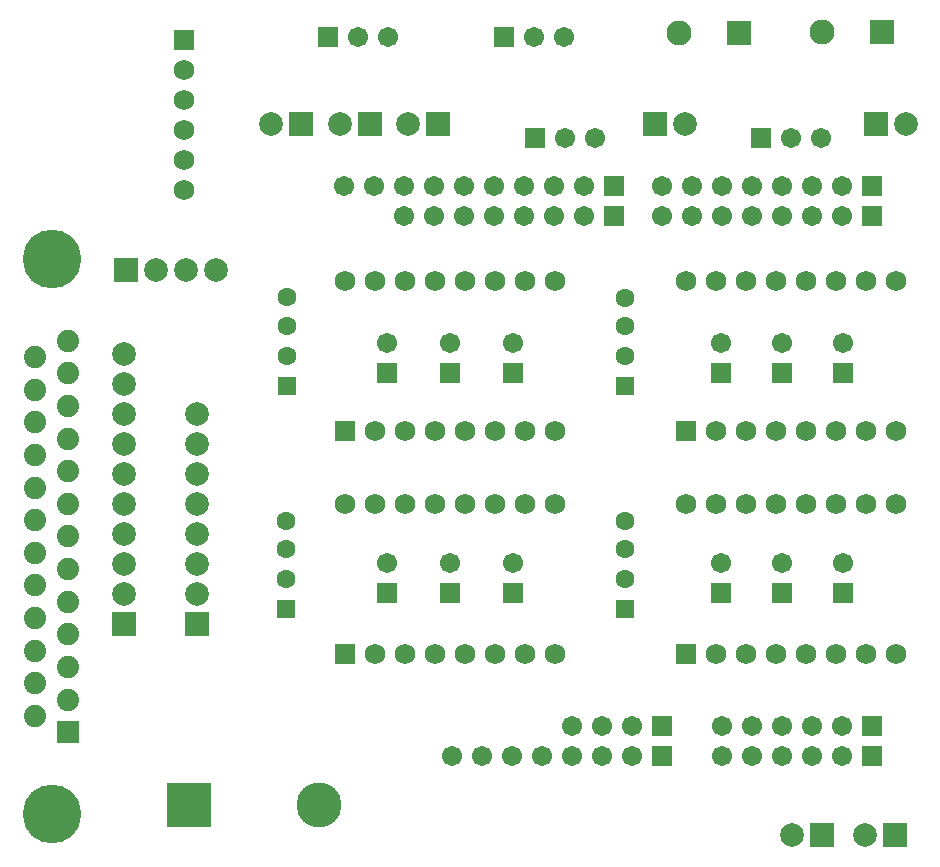
<source format=gbs>
G04*
G04 #@! TF.GenerationSoftware,Altium Limited,Altium Designer,18.1.7 (191)*
G04*
G04 Layer_Color=16711935*
%FSLAX44Y44*%
%MOMM*%
G71*
G01*
G75*
%ADD18C,1.8932*%
%ADD19R,1.8932X1.8932*%
%ADD20C,4.9632*%
%ADD21C,3.8032*%
%ADD22R,3.8032X3.8032*%
%ADD23C,2.0032*%
%ADD24R,2.0032X2.0032*%
%ADD25R,2.1032X2.1032*%
%ADD26C,2.1032*%
%ADD27C,1.7272*%
%ADD28R,1.7272X1.7272*%
%ADD29R,1.7272X1.7272*%
%ADD30C,1.7032*%
%ADD31R,1.7032X1.7032*%
%ADD32R,2.0032X2.0032*%
%ADD33C,1.6032*%
%ADD34R,1.6032X1.6032*%
%ADD35R,1.7032X1.7032*%
D18*
X669705Y811503D02*
D03*
X641305Y797698D02*
D03*
X669705Y783893D02*
D03*
X641305Y770088D02*
D03*
X669705Y756283D02*
D03*
X641305Y742478D02*
D03*
X669705Y728673D02*
D03*
X641305Y714868D02*
D03*
X669705Y701063D02*
D03*
X641305Y687258D02*
D03*
X669705Y673453D02*
D03*
X641305Y659648D02*
D03*
X669705Y645843D02*
D03*
X641305Y632038D02*
D03*
X669705Y618233D02*
D03*
X641305Y604428D02*
D03*
X669705Y590623D02*
D03*
X641305Y576818D02*
D03*
X669705Y563013D02*
D03*
X641305Y549208D02*
D03*
X669705Y535403D02*
D03*
X641305Y521598D02*
D03*
X669705Y507793D02*
D03*
X641305Y493988D02*
D03*
D19*
X669705Y480183D02*
D03*
D20*
X655505Y410583D02*
D03*
Y881103D02*
D03*
D21*
X882180Y418704D02*
D03*
D22*
X771690D02*
D03*
D23*
X1378974Y995285D02*
D03*
X1192064D02*
D03*
X1282639Y393510D02*
D03*
X1343854D02*
D03*
X841437Y995334D02*
D03*
X899180D02*
D03*
X956922D02*
D03*
X716701Y800133D02*
D03*
Y774733D02*
D03*
Y749333D02*
D03*
Y723933D02*
D03*
Y698533D02*
D03*
Y673133D02*
D03*
Y647733D02*
D03*
Y622333D02*
D03*
Y596933D02*
D03*
X778416Y597028D02*
D03*
Y622428D02*
D03*
Y647828D02*
D03*
Y673228D02*
D03*
Y698628D02*
D03*
Y724028D02*
D03*
Y749428D02*
D03*
X743883Y871370D02*
D03*
X769283D02*
D03*
X794683D02*
D03*
D24*
X1353574Y995285D02*
D03*
X1166664D02*
D03*
X1308039Y393510D02*
D03*
X1369254D02*
D03*
X866837Y995334D02*
D03*
X924579D02*
D03*
X982322D02*
D03*
X718483Y871370D02*
D03*
D25*
X1358839Y1072549D02*
D03*
X1237279Y1072390D02*
D03*
D26*
X1308039Y1072549D02*
D03*
X1186479Y1072390D02*
D03*
D27*
X1243413Y735553D02*
D03*
X1218013D02*
D03*
X1294213D02*
D03*
X1268813D02*
D03*
X1319613D02*
D03*
X1345013D02*
D03*
X1370413D02*
D03*
Y862553D02*
D03*
X1345013D02*
D03*
X1319613D02*
D03*
X1268813D02*
D03*
X1294213D02*
D03*
X1218013D02*
D03*
X1192613D02*
D03*
X1243413D02*
D03*
X767574Y1040789D02*
D03*
Y1015389D02*
D03*
Y989989D02*
D03*
Y964589D02*
D03*
Y939189D02*
D03*
X954461Y862553D02*
D03*
X903661D02*
D03*
X929061D02*
D03*
X1005260D02*
D03*
X979861D02*
D03*
X1030660D02*
D03*
X1056060D02*
D03*
X1081460D02*
D03*
Y735553D02*
D03*
X1056060D02*
D03*
X1030660D02*
D03*
X979861D02*
D03*
X1005260D02*
D03*
X929061D02*
D03*
X954461D02*
D03*
X1243413Y673045D02*
D03*
X1192613D02*
D03*
X1218013D02*
D03*
X1294213D02*
D03*
X1268813D02*
D03*
X1319613D02*
D03*
X1345013D02*
D03*
X1370413D02*
D03*
Y546045D02*
D03*
X1345013D02*
D03*
X1319613D02*
D03*
X1268813D02*
D03*
X1294213D02*
D03*
X1218013D02*
D03*
X1243413D02*
D03*
X954461Y673045D02*
D03*
X903661D02*
D03*
X929061D02*
D03*
X1005260D02*
D03*
X979861D02*
D03*
X1030660D02*
D03*
X1056060D02*
D03*
X1081460D02*
D03*
Y546045D02*
D03*
X1056060D02*
D03*
X1030660D02*
D03*
X979861D02*
D03*
X1005260D02*
D03*
X929061D02*
D03*
X954461D02*
D03*
D28*
X1192613Y735553D02*
D03*
X903661D02*
D03*
X1192613Y546045D02*
D03*
X903661D02*
D03*
D29*
X767574Y1066189D02*
D03*
D30*
X1115372Y982835D02*
D03*
X1089972D02*
D03*
X1306711D02*
D03*
X1281311D02*
D03*
X1089408Y1068546D02*
D03*
X1064008D02*
D03*
X940253D02*
D03*
X914853D02*
D03*
X1172210Y942340D02*
D03*
X1197610D02*
D03*
X1223010D02*
D03*
X1248410D02*
D03*
X1273810D02*
D03*
X1299210D02*
D03*
X1324610D02*
D03*
X1080770D02*
D03*
X902970D02*
D03*
X928370D02*
D03*
X953770D02*
D03*
X979170D02*
D03*
X1004570D02*
D03*
X1029970D02*
D03*
X1055370D02*
D03*
X1106170D02*
D03*
X1172210Y916940D02*
D03*
X1197610D02*
D03*
X1223010D02*
D03*
X1248410D02*
D03*
X1273810D02*
D03*
X1299210D02*
D03*
X1324610D02*
D03*
X953770D02*
D03*
X979170D02*
D03*
X1004570D02*
D03*
X1029970D02*
D03*
X1055370D02*
D03*
X1080770D02*
D03*
X1106170D02*
D03*
X1223010Y459740D02*
D03*
X1248410D02*
D03*
X1273810D02*
D03*
X1299210D02*
D03*
X1324610D02*
D03*
X994410D02*
D03*
X1019810D02*
D03*
X1045210D02*
D03*
X1070610D02*
D03*
X1096010D02*
D03*
X1121410D02*
D03*
X1146810D02*
D03*
X1223010Y485140D02*
D03*
X1248410D02*
D03*
X1273810D02*
D03*
X1299210D02*
D03*
X1324610D02*
D03*
X1146810D02*
D03*
X1121410D02*
D03*
X1096010D02*
D03*
X1046330Y809495D02*
D03*
X1325058D02*
D03*
X992757D02*
D03*
X1273705D02*
D03*
X939184D02*
D03*
X1222352D02*
D03*
X1046330Y623055D02*
D03*
X1325058D02*
D03*
X992757D02*
D03*
X1273705D02*
D03*
X939184D02*
D03*
X1222352D02*
D03*
D31*
X1064572Y982835D02*
D03*
X1255911D02*
D03*
X1038608Y1068546D02*
D03*
X889453D02*
D03*
X1350010Y942340D02*
D03*
X1131570D02*
D03*
X1350010Y916940D02*
D03*
X1131570D02*
D03*
X1350010Y459740D02*
D03*
X1172210D02*
D03*
X1350010Y485140D02*
D03*
X1172210D02*
D03*
D32*
X716701Y571533D02*
D03*
X778416Y571628D02*
D03*
D33*
X854864Y848371D02*
D03*
Y798841D02*
D03*
Y824241D02*
D03*
X1140589Y659035D02*
D03*
Y609505D02*
D03*
Y634905D02*
D03*
X1141118Y823888D02*
D03*
Y798488D02*
D03*
Y848018D02*
D03*
X854063Y634905D02*
D03*
Y609505D02*
D03*
Y659035D02*
D03*
D34*
X854864Y773441D02*
D03*
X1140589Y584105D02*
D03*
X1141118Y773088D02*
D03*
X854063Y584105D02*
D03*
D35*
X1046330Y784095D02*
D03*
X1325058D02*
D03*
X992757D02*
D03*
X1273705D02*
D03*
X939184D02*
D03*
X1222352D02*
D03*
X1046330Y597655D02*
D03*
X1325058D02*
D03*
X992757D02*
D03*
X1273705D02*
D03*
X939184D02*
D03*
X1222352D02*
D03*
M02*

</source>
